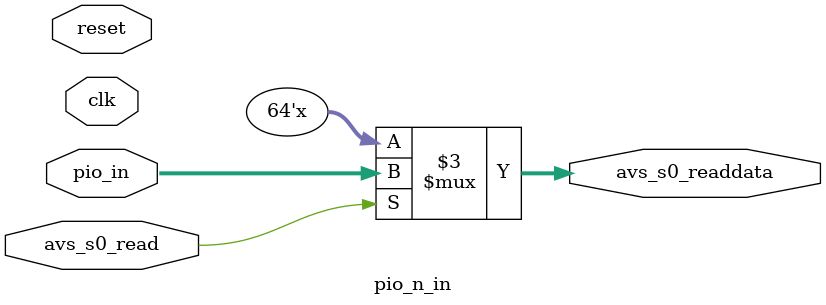
<source format=sv>
module pio_n_in #(
	parameter bus_width = 64
	)(
	input logic clk,
	input logic reset,
	input logic avs_s0_read,
	output logic [bus_width-1:0] avs_s0_readdata,
	input logic [bus_width-1:0] pio_in
);

always_comb begin
  if (avs_s0_read) begin
    avs_s0_readdata = pio_in;
  end else begin
    avs_s0_readdata = 'x;
  end
end

endmodule
</source>
